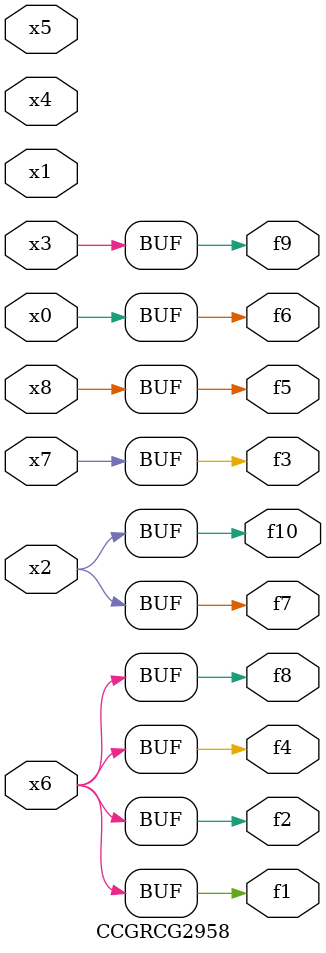
<source format=v>
module CCGRCG2958(
	input x0, x1, x2, x3, x4, x5, x6, x7, x8,
	output f1, f2, f3, f4, f5, f6, f7, f8, f9, f10
);
	assign f1 = x6;
	assign f2 = x6;
	assign f3 = x7;
	assign f4 = x6;
	assign f5 = x8;
	assign f6 = x0;
	assign f7 = x2;
	assign f8 = x6;
	assign f9 = x3;
	assign f10 = x2;
endmodule

</source>
